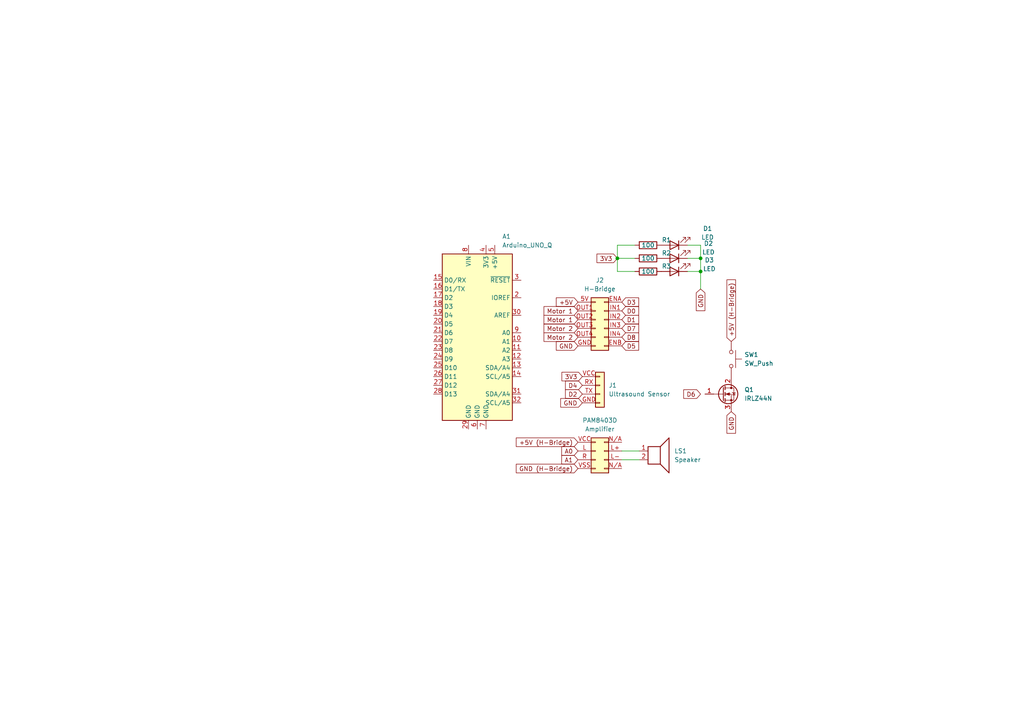
<source format=kicad_sch>
(kicad_sch (version 20250114) (generator "eeschema") (generator_version "9.0")
  (paper "A4")
  (lib_symbols
    (symbol "Connector_Generic:Conn_01x04" (pin_names (offset 1.016) (hide yes))
      (property "Reference" "J1" (at 2.54 0.0001 0))
      (property "Value" "Ultrasound Sensor" (at 2.54 -2.5399 0))
      (symbol "Conn_01x04_1_1"
        (rectangle (start -1.27 3.81) (end 1.27 -6.35) (stroke (width 0.254)) (fill (type background)))
        (rectangle (start -1.27 2.667) (end 0 2.413) (stroke (width 0.1524)))
        (rectangle (start -1.27 0.127) (end 0 -0.127) (stroke (width 0.1524)))
        (rectangle (start -1.27 -2.413) (end 0 -2.667) (stroke (width 0.1524)))
        (rectangle (start -1.27 -4.953) (end 0 -5.207) (stroke (width 0.1524)))
        (pin input line (at -5.08 2.54 0) (length 3.81) (name "VCC") (number "VCC"))
        (pin output line (at -5.08 0 0) (length 3.81) (name "Pin_2") (number "RX"))
        (pin output line (at -5.08 -2.54 0) (length 3.81) (name "Pin_3") (number "TX"))
        (pin input line (at -5.08 -5.08 0) (length 3.81) (name "GND") (number "GND"))
      )
    )
    (symbol "Connector_Generic:Conn_02x04_Counter_Clockwise" (pin_names (offset 1.016) (hide yes))
      (property "Reference" "PAM8403D" (at 1.27 8.89 0))
      (property "Value" "Amplifier" (at 1.27 6.35 0))
      (symbol "Conn_02x04_Counter_Clockwise_1_1"
        (rectangle (start -1.27 3.81) (end 3.81 -6.35) (stroke (width 0.254)) (fill (type background)))
        (rectangle (start -1.27 2.667) (end 0 2.413) (stroke (width 0.1524)))
        (rectangle (start -1.27 0.127) (end 0 -0.127) (stroke (width 0.1524)))
        (rectangle (start -1.27 -2.413) (end 0 -2.667) (stroke (width 0.1524)))
        (rectangle (start -1.27 -4.953) (end 0 -5.207) (stroke (width 0.1524)))
        (rectangle (start 3.81 2.667) (end 2.54 2.413) (stroke (width 0.1524)))
        (rectangle (start 3.81 0.127) (end 2.54 -0.127) (stroke (width 0.1524)))
        (rectangle (start 3.81 -2.413) (end 2.54 -2.667) (stroke (width 0.1524)))
        (rectangle (start 3.81 -4.953) (end 2.54 -5.207) (stroke (width 0.1524)))
        (pin passive line (at -5.08 2.54 0) (length 3.81) (name "Pin_1") (number "VCC"))
        (pin passive line (at -5.08 0 0) (length 3.81) (name "Pin_2") (number "L"))
        (pin passive line (at -5.08 -2.54 0) (length 3.81) (name "Pin_3") (number "R"))
        (pin passive line (at -5.08 -5.08 0) (length 3.81) (name "Pin_4") (number "VSS"))
        (pin passive line (at 7.62 2.54 180) (length 3.81) (name "Pin_8") (number "N/A"))
        (pin passive line (at 7.62 0 180) (length 3.81) (name "Pin_7") (number "L+"))
        (pin passive line (at 7.62 -2.54 180) (length 3.81) (name "Pin_6") (number "L-"))
        (pin passive line (at 7.62 -5.08 180) (length 3.81) (name "Pin_5") (number "N/A"))
      )
    )
    (symbol "Connector_Generic:Conn_02x06_Counter_Clockwise" (pin_names (offset 1.016) (hide yes))
      (property "Reference" "J2" (at 1.27 11.43 0))
      (property "Value" "H-Bridge" (at 1.27 8.89 0))
      (symbol "Conn_02x06_Counter_Clockwise_1_1"
        (rectangle (start -1.27 6.35) (end 3.81 -8.89) (stroke (width 0.254)) (fill (type background)))
        (rectangle (start -1.27 5.207) (end 0 4.953) (stroke (width 0.1524)))
        (rectangle (start -1.27 2.667) (end 0 2.413) (stroke (width 0.1524)))
        (rectangle (start -1.27 0.127) (end 0 -0.127) (stroke (width 0.1524)))
        (rectangle (start -1.27 -2.413) (end 0 -2.667) (stroke (width 0.1524)))
        (rectangle (start -1.27 -4.953) (end 0 -5.207) (stroke (width 0.1524)))
        (rectangle (start -1.27 -7.493) (end 0 -7.747) (stroke (width 0.1524)))
        (rectangle (start 3.81 5.207) (end 2.54 4.953) (stroke (width 0.1524)))
        (rectangle (start 3.81 2.667) (end 2.54 2.413) (stroke (width 0.1524)))
        (rectangle (start 3.81 0.127) (end 2.54 -0.127) (stroke (width 0.1524)))
        (rectangle (start 3.81 -2.413) (end 2.54 -2.667) (stroke (width 0.1524)))
        (rectangle (start 3.81 -4.953) (end 2.54 -5.207) (stroke (width 0.1524)))
        (rectangle (start 3.81 -7.493) (end 2.54 -7.747) (stroke (width 0.1524)))
        (pin passive line (at -5.08 5.08 0) (length 3.81) (name "Pin_1") (number "5V"))
        (pin passive line (at -5.08 2.54 0) (length 3.81) (name "OUT1") (number "OUT1"))
        (pin passive line (at -5.08 0 0) (length 3.81) (name "Pin_3") (number "OUT2"))
        (pin passive line (at -5.08 -2.54 0) (length 3.81) (name "OUT3") (number "OUT3"))
        (pin passive line (at -5.08 -5.08 0) (length 3.81) (name "Pin_5") (number "OUT4"))
        (pin passive line (at -5.08 -7.62 0) (length 3.81) (name "Pin_6") (number "GND"))
        (pin passive line (at 7.62 5.08 180) (length 3.81) (name "Pin_12") (number "ENA"))
        (pin passive line (at 7.62 2.54 180) (length 3.81) (name "Pin_11") (number "IN1"))
        (pin passive line (at 7.62 0 180) (length 3.81) (name "Pin_10") (number "IN2"))
        (pin passive line (at 7.62 -2.54 180) (length 3.81) (name "Pin_9") (number "IN3"))
        (pin passive line (at 7.62 -5.08 180) (length 3.81) (name "Pin_8") (number "IN4"))
        (pin passive line (at 7.62 -7.62 180) (length 3.81) (name "Pin_7") (number "ENB"))
      )
    )
    (symbol "Device:LED" (pin_numbers (hide yes)) (pin_names (offset 1.016) (hide yes))
      (property "Reference" "D" (at 0 2.54 0))
      (property "Value" "LED" (at 0 -2.54 0))
      (symbol "LED_0_1"
        (polyline (pts (xy -3.048 -0.762) (xy -4.572 -2.286) (xy -3.81 -2.286) (xy -4.572 -2.286) (xy -4.572 -1.524)))
        (polyline (pts (xy -1.778 -0.762) (xy -3.302 -2.286) (xy -2.54 -2.286) (xy -3.302 -2.286) (xy -3.302 -1.524)))
        (polyline (pts (xy -1.27 0) (xy 1.27 0)))
        (polyline (pts (xy -1.27 -1.27) (xy -1.27 1.27)) (stroke (width 0.254)))
        (polyline (pts (xy 1.27 -1.27) (xy 1.27 1.27) (xy -1.27 0) (xy 1.27 -1.27)) (stroke (width 0.254)))
      )
      (symbol "LED_1_1"
        (pin passive line (at -3.81 0 0) (length 2.54) (name "K") (number "1"))
        (pin passive line (at 3.81 0 180) (length 2.54) (name "A") (number "2"))
      )
    )
    (symbol "Device:R" (pin_numbers (hide yes)) (pin_names (offset 0))
      (property "Reference" "R" (at 2.032 0 90))
      (property "Value" "R" (at 0 0 90))
      (symbol "R_0_1"
        (rectangle (start -1.016 -2.54) (end 1.016 2.54) (stroke (width 0.254)))
      )
      (symbol "R_1_1"
        (pin passive line (at 0 3.81 270) (length 1.27) (name "~") (number "1"))
        (pin passive line (at 0 -3.81 90) (length 1.27) (name "~") (number "2"))
      )
    )
    (symbol "Device:Speaker" (pin_names (offset 0) (hide yes))
      (property "Reference" "LS" (at 1.27 5.715 0))
      (property "Value" "Speaker" (at 1.27 3.81 0))
      (symbol "Speaker_0_0"
        (rectangle (start -2.54 1.27) (end 1.016 -3.81) (stroke (width 0.254)))
        (polyline (pts (xy 1.016 1.27) (xy 3.556 3.81) (xy 3.556 -6.35) (xy 1.016 -3.81)) (stroke (width 0.254)))
      )
      (symbol "Speaker_1_1"
        (pin input line (at -5.08 0 0) (length 2.54) (name "1") (number "1"))
        (pin input line (at -5.08 -2.54 0) (length 2.54) (name "2") (number "2"))
      )
    )
    (symbol "MCU_Module:Arduino_UNO_R3"
      (property "Reference" "A" (at -10.16 23.495 0))
      (property "Value" "Arduino_UNO_R3" (at 5.08 -26.67 0))
      (symbol "Arduino_UNO_R3_0_1"
        (rectangle (start -10.16 22.86) (end 10.16 -25.4) (stroke (width 0.254)) (fill (type background)))
      )
      (symbol "Arduino_UNO_R3_1_1"
        (pin bidirectional line (at -12.7 15.24 0) (length 2.54) (name "D0/RX") (number "15"))
        (pin bidirectional line (at -12.7 12.7 0) (length 2.54) (name "D1/TX") (number "16"))
        (pin bidirectional line (at -12.7 10.16 0) (length 2.54) (name "D2") (number "17"))
        (pin bidirectional line (at -12.7 7.62 0) (length 2.54) (name "D3") (number "18"))
        (pin bidirectional line (at -12.7 5.08 0) (length 2.54) (name "D4") (number "19"))
        (pin bidirectional line (at -12.7 2.54 0) (length 2.54) (name "D5") (number "20"))
        (pin bidirectional line (at -12.7 0 0) (length 2.54) (name "D6") (number "21"))
        (pin bidirectional line (at -12.7 -2.54 0) (length 2.54) (name "D7") (number "22"))
        (pin bidirectional line (at -12.7 -5.08 0) (length 2.54) (name "D8") (number "23"))
        (pin bidirectional line (at -12.7 -7.62 0) (length 2.54) (name "D9") (number "24"))
        (pin bidirectional line (at -12.7 -10.16 0) (length 2.54) (name "D10") (number "25"))
        (pin bidirectional line (at -12.7 -12.7 0) (length 2.54) (name "D11") (number "26"))
        (pin bidirectional line (at -12.7 -15.24 0) (length 2.54) (name "D12") (number "27"))
        (pin bidirectional line (at -12.7 -17.78 0) (length 2.54) (name "D13") (number "28"))
        (pin no_connect line (at -10.16 -20.32 0) (length 2.54) (hide yes) (name "NC") (number "1"))
        (pin power_in line (at -2.54 25.4 270) (length 2.54) (name "VIN") (number "8"))
        (pin power_in line (at -2.54 -27.94 90) (length 2.54) (name "GND") (number "29"))
        (pin power_in line (at 0 -27.94 90) (length 2.54) (name "GND") (number "6"))
        (pin power_out line (at 2.54 25.4 270) (length 2.54) (name "3V3") (number "4"))
        (pin power_in line (at 2.54 -27.94 90) (length 2.54) (name "GND") (number "7"))
        (pin power_out line (at 5.08 25.4 270) (length 2.54) (name "+5V") (number "5"))
        (pin input line (at 12.7 15.24 180) (length 2.54) (name "~{RESET}") (number "3"))
        (pin output line (at 12.7 10.16 180) (length 2.54) (name "IOREF") (number "2"))
        (pin input line (at 12.7 5.08 180) (length 2.54) (name "AREF") (number "30"))
        (pin bidirectional line (at 12.7 0 180) (length 2.54) (name "A0") (number "9"))
        (pin bidirectional line (at 12.7 -2.54 180) (length 2.54) (name "A1") (number "10"))
        (pin bidirectional line (at 12.7 -5.08 180) (length 2.54) (name "A2") (number "11"))
        (pin bidirectional line (at 12.7 -7.62 180) (length 2.54) (name "A3") (number "12"))
        (pin bidirectional line (at 12.7 -10.16 180) (length 2.54) (name "SDA/A4") (number "13"))
        (pin bidirectional line (at 12.7 -12.7 180) (length 2.54) (name "SCL/A5") (number "14"))
        (pin bidirectional line (at 12.7 -17.78 180) (length 2.54) (name "SDA/A4") (number "31"))
        (pin bidirectional line (at 12.7 -20.32 180) (length 2.54) (name "SCL/A5") (number "32"))
      )
    )
    (symbol "Switch:SW_Push" (pin_numbers (hide yes)) (pin_names (offset 1.016) (hide yes))
      (property "Reference" "SW" (at 1.27 2.54 0))
      (property "Value" "SW_Push" (at 0 -1.524 0))
      (symbol "SW_Push_0_1"
        (circle (center -2.032 0) (radius 0.508))
        (polyline (pts (xy 0 1.27) (xy 0 3.048)))
        (circle (center 2.032 0) (radius 0.508))
        (polyline (pts (xy 2.54 1.27) (xy -2.54 1.27)))
        (pin passive line (at -5.08 0 0) (length 2.54) (name "1") (number "1"))
        (pin passive line (at 5.08 0 180) (length 2.54) (name "2") (number "2"))
      )
    )
    (symbol "Transistor_FET:IRLZ44N" (pin_names (hide yes))
      (property "Reference" "Q" (at 5.08 1.905 0))
      (property "Value" "IRLZ44N" (at 5.08 0 0))
      (symbol "IRLZ44N_0_1"
        (polyline (pts (xy 0.254 1.905) (xy 0.254 -1.905)) (stroke (width 0.254)))
        (polyline (pts (xy 0.254 0) (xy -2.54 0)))
        (polyline (pts (xy 0.762 2.286) (xy 0.762 1.27)) (stroke (width 0.254)))
        (polyline (pts (xy 0.762 0.508) (xy 0.762 -0.508)) (stroke (width 0.254)))
        (polyline (pts (xy 0.762 -1.27) (xy 0.762 -2.286)) (stroke (width 0.254)))
        (polyline (pts (xy 0.762 -1.778) (xy 3.302 -1.778) (xy 3.302 1.778) (xy 0.762 1.778)))
        (polyline (pts (xy 1.016 0) (xy 2.032 0.381) (xy 2.032 -0.381) (xy 1.016 0)) (fill (type outline)))
        (circle (center 1.651 0) (radius 2.794) (stroke (width 0.254)))
        (polyline (pts (xy 2.54 2.54) (xy 2.54 1.778)))
        (circle (center 2.54 1.778) (radius 0.254) (fill (type outline)))
        (circle (center 2.54 -1.778) (radius 0.254) (fill (type outline)))
        (polyline (pts (xy 2.54 -2.54) (xy 2.54 0) (xy 0.762 0)))
        (polyline (pts (xy 2.794 0.508) (xy 2.921 0.381) (xy 3.683 0.381) (xy 3.81 0.254)))
        (polyline (pts (xy 3.302 0.381) (xy 2.921 -0.254) (xy 3.683 -0.254) (xy 3.302 0.381)))
      )
      (symbol "IRLZ44N_1_1"
        (pin input line (at -5.08 0 0) (length 2.54) (name "G") (number "1"))
        (pin passive line (at 2.54 5.08 270) (length 2.54) (name "D") (number "2"))
        (pin passive line (at 2.54 -5.08 90) (length 2.54) (name "S") (number "3"))
      )
    )
  )
  (junction (at 203.2 78.74))
  (junction (at 203.2 74.93))
  (junction (at 179.07 74.93))
  (wire (pts (xy 179.07 74.93) (xy 184.15 74.93)))
  (wire (pts (xy 199.39 74.93) (xy 203.2 74.93)))
  (wire (pts (xy 184.15 71.12) (xy 179.07 71.12)))
  (wire (pts (xy 203.2 74.93) (xy 203.2 78.74)))
  (wire (pts (xy 199.39 71.12) (xy 203.2 71.12)))
  (wire (pts (xy 179.07 71.12) (xy 179.07 74.93)))
  (wire (pts (xy 203.2 71.12) (xy 203.2 74.93)))
  (wire (pts (xy 203.2 78.74) (xy 203.2 83.82)))
  (wire (pts (xy 184.15 78.74) (xy 179.07 78.74)))
  (wire (pts (xy 180.34 130.81) (xy 185.42 130.81)))
  (wire (pts (xy 180.34 133.35) (xy 185.42 133.35)))
  (wire (pts (xy 199.39 78.74) (xy 203.2 78.74)))
  (wire (pts (xy 179.07 78.74) (xy 179.07 74.93)))
  (global_label "D5" (shape input) (at 180.34 100.33 0) (property "Intersheetrefs" "${INTERSHEET_REFS}" (effects (hide yes))))
  (global_label "GND" (shape input) (at 203.2 83.82 270) (property "Intersheetrefs" "${INTERSHEET_REFS}" (effects (hide yes))))
  (global_label "GND" (shape input) (at 167.64 100.33 180) (property "Intersheetrefs" "${INTERSHEET_REFS}" (effects (hide yes))))
  (global_label "GND" (shape input) (at 212.09 119.38 270) (property "Intersheetrefs" "${INTERSHEET_REFS}" (effects (hide yes))))
  (global_label "+5V (H-Bridge)" (shape input) (at 212.09 99.06 90) (property "Intersheetrefs" "${INTERSHEET_REFS}" (effects (hide yes))))
  (global_label "D4" (shape input) (at 168.91 111.76 180) (property "Intersheetrefs" "${INTERSHEET_REFS}" (effects (hide yes))))
  (global_label "GND" (shape input) (at 168.91 116.84 180) (property "Intersheetrefs" "${INTERSHEET_REFS}" (effects (hide yes))))
  (global_label "D1" (shape input) (at 180.34 92.71 0) (property "Intersheetrefs" "${INTERSHEET_REFS}" (effects (hide yes))))
  (global_label "+5V" (shape input) (at 167.64 87.63 180) (property "Intersheetrefs" "${INTERSHEET_REFS}" (effects (hide yes))))
  (global_label "D6" (shape input) (at 203.2 114.3 180) (property "Intersheetrefs" "${INTERSHEET_REFS}" (effects (hide yes))))
  (global_label "D0" (shape input) (at 180.34 90.17 0) (property "Intersheetrefs" "${INTERSHEET_REFS}" (effects (hide yes))))
  (global_label "A0" (shape input) (at 167.64 130.81 180) (property "Intersheetrefs" "${INTERSHEET_REFS}" (effects (hide yes))))
  (global_label "D8" (shape input) (at 180.34 97.79 0) (property "Intersheetrefs" "${INTERSHEET_REFS}" (effects (hide yes))))
  (global_label "D3" (shape input) (at 180.34 87.63 0) (property "Intersheetrefs" "${INTERSHEET_REFS}" (effects (hide yes))))
  (global_label "Motor 1" (shape input) (at 167.64 90.17 180) (property "Intersheetrefs" "${INTERSHEET_REFS}" (effects (hide yes))))
  (global_label "D7" (shape input) (at 180.34 95.25 0) (property "Intersheetrefs" "${INTERSHEET_REFS}" (effects (hide yes))))
  (global_label "Motor 2" (shape input) (at 167.64 97.79 180) (property "Intersheetrefs" "${INTERSHEET_REFS}" (effects (hide yes))))
  (global_label "D2" (shape input) (at 168.91 114.3 180) (property "Intersheetrefs" "${INTERSHEET_REFS}" (effects (hide yes))))
  (global_label "+5V (H-Bridge)" (shape input) (at 167.64 128.27 180) (property "Intersheetrefs" "${INTERSHEET_REFS}" (effects (hide yes))))
  (global_label "Motor 2" (shape input) (at 167.64 95.25 180) (property "Intersheetrefs" "${INTERSHEET_REFS}" (effects (hide yes))))
  (global_label "3V3" (shape input) (at 179.07 74.93 180) (property "Intersheetrefs" "${INTERSHEET_REFS}" (effects (hide yes))))
  (global_label "Motor 1" (shape input) (at 167.64 92.71 180) (property "Intersheetrefs" "${INTERSHEET_REFS}" (effects (hide yes))))
  (global_label "A1" (shape input) (at 167.64 133.35 180) (property "Intersheetrefs" "${INTERSHEET_REFS}" (effects (hide yes))))
  (global_label "GND (H-Bridge)" (shape input) (at 167.64 135.89 180) (property "Intersheetrefs" "${INTERSHEET_REFS}" (effects (hide yes))))
  (global_label "3V3" (shape input) (at 168.91 109.22 180) (property "Intersheetrefs" "${INTERSHEET_REFS}" (effects (hide yes))))
  (symbol (lib_id "Device:LED") (at 195.58 71.12 180) (unit 1)
    (property "Reference" "D1" (at 205.232 66.294 0))
    (property "Value" "LED" (at 205.232 68.834 0))
    (property "Description" "Light emitting diode" (effects (hide yes)))
    (property "Sim.Pins" "1=K 2=A" (effects (hide yes)))
  )
  (symbol (lib_id "Connector_Generic:Conn_01x04") (at 173.99 111.76 0) (unit 1)
    (property "Reference" "J1" (at 176.53 111.7599 0) (effects (justify left)))
    (property "Value" "Ultrasound Sensor" (at 176.53 114.2999 0) (effects (justify left)))
    (property "Description" "Generic connector, single row, 01x04, script generated (kicad-library-utils/schlib/autogen/connector/)" (effects (hide yes)))
  )
  (symbol (lib_id "MCU_Module:Arduino_UNO_R3") (at 138.43 96.52 0) (unit 1)
    (property "Reference" "A1" (at 145.6533 68.58 0) (effects (justify left)))
    (property "Value" "Arduino_UNO_Q" (at 145.6533 71.12 0) (effects (justify left)))
    (property "Footprint" "Module:Arduino_UNO_R3" (effects (hide yes)))
    (property "Datasheet" "https://www.arduino.cc/en/Main/arduinoBoardUno" (effects (hide yes)))
    (property "Description" "Arduino UNO Microcontroller Module, release 3" (effects (hide yes)))
  )
  (symbol (lib_id "Device:R") (at 187.96 78.74 270) (unit 1)
    (property "Reference" "R3" (at 193.294 77.216 90))
    (property "Value" "100" (at 187.96 78.74 90))
    (property "Description" "Resistor" (effects (hide yes)))
  )
  (symbol (lib_id "Connector_Generic:Conn_02x04_Counter_Clockwise") (at 172.72 130.81 0) (unit 1)
    (property "Reference" "PAM8403D" (at 173.99 121.92 0))
    (property "Value" "Amplifier" (at 173.99 124.46 0))
    (property "Description" "Generic connector, double row, 02x04, counter clockwise pin numbering scheme (similar to DIP package numbering), script generated (kicad-library-utils/schlib/autogen/connector/)" (effects (hide yes)))
  )
  (symbol (lib_id "Transistor_FET:IRLZ44N") (at 209.55 114.3 0) (unit 1)
    (property "Reference" "Q1" (at 215.9 113.0299 0) (effects (justify left)))
    (property "Value" "IRLZ44N" (at 215.9 115.5699 0) (effects (justify left)))
    (property "Footprint" "Package_TO_SOT_THT:TO-220-3_Vertical" (effects (hide yes)))
    (property "Datasheet" "http://www.irf.com/product-info/datasheets/data/irlz44n.pdf" (effects (hide yes)))
    (property "Description" "47A Id, 55V Vds, 22mOhm Rds Single N-Channel HEXFET Power MOSFET, TO-220AB" (effects (hide yes)))
  )
  (symbol (lib_id "Device:R") (at 187.96 71.12 270) (unit 1)
    (property "Reference" "R1" (at 193.294 69.596 90))
    (property "Value" "100" (at 187.96 71.12 90))
    (property "Description" "Resistor" (effects (hide yes)))
  )
  (symbol (lib_id "Device:LED") (at 195.58 78.74 180) (unit 1)
    (property "Reference" "D3" (at 205.74 75.438 0))
    (property "Value" "LED" (at 205.74 77.978 0))
    (property "Description" "Light emitting diode" (effects (hide yes)))
    (property "Sim.Pins" "1=K 2=A" (effects (hide yes)))
  )
  (symbol (lib_id "Device:LED") (at 195.58 74.93 180) (unit 1)
    (property "Reference" "D2" (at 205.486 70.612 0))
    (property "Value" "LED" (at 205.486 73.152 0))
    (property "Description" "Light emitting diode" (effects (hide yes)))
    (property "Sim.Pins" "1=K 2=A" (effects (hide yes)))
  )
  (symbol (lib_id "Device:Speaker") (at 190.5 130.81 0) (unit 1)
    (property "Reference" "LS1" (at 195.58 130.8099 0) (effects (justify left)))
    (property "Value" "Speaker" (at 195.58 133.3499 0) (effects (justify left)))
    (property "Description" "Speaker" (effects (hide yes)))
  )
  (symbol (lib_id "Connector_Generic:Conn_02x06_Counter_Clockwise") (at 172.72 92.71 0) (unit 1)
    (property "Reference" "J2" (at 173.99 81.28 0))
    (property "Value" "H-Bridge" (at 173.99 83.82 0))
    (property "Description" "Generic connector, double row, 02x06, counter clockwise pin numbering scheme (similar to DIP package numbering), script generated (kicad-library-utils/schlib/autogen/connector/)" (effects (hide yes)))
  )
  (symbol (lib_id "Switch:SW_Push") (at 212.09 104.14 270) (unit 1)
    (property "Reference" "SW1" (at 215.9 102.8699 90) (effects (justify left)))
    (property "Value" "SW_Push" (at 215.9 105.4099 90) (effects (justify left)))
    (property "Description" "Push button switch, generic, two pins" (effects (hide yes)))
  )
  (symbol (lib_id "Device:R") (at 187.96 74.93 270) (unit 1)
    (property "Reference" "R2" (at 193.294 73.406 90))
    (property "Value" "100" (at 187.96 74.93 90))
    (property "Description" "Resistor" (effects (hide yes)))
  )
)
</source>
